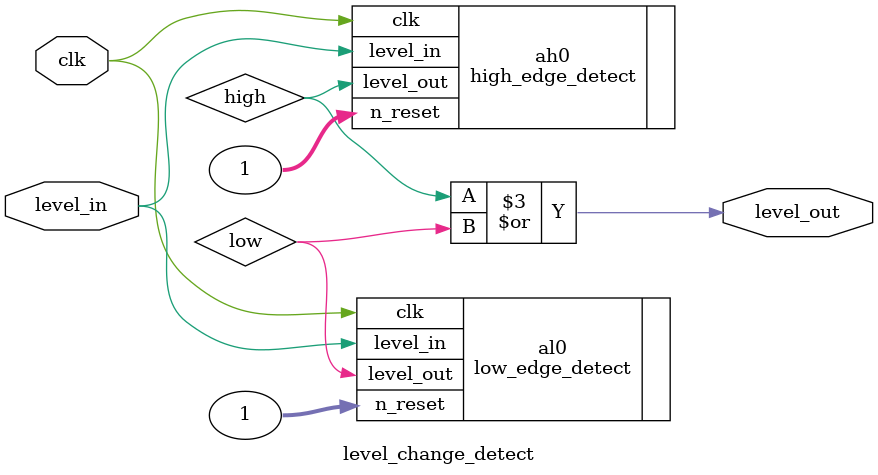
<source format=v>
`timescale 1ns / 1ps


module level_change_detect(
    input level_in, clk,
    output level_out
    );
    
    wire high, low;
    
    high_edge_detect ah0(
        .level_in(level_in), 
        .clk(clk),
        .n_reset(1),
        .level_out(high)
    );
    
    low_edge_detect al0(
        .level_in(level_in), 
        .clk(clk),
        .n_reset(1),
        .level_out(low)
    );
    
    or(level_out,high,low);
    
endmodule

</source>
